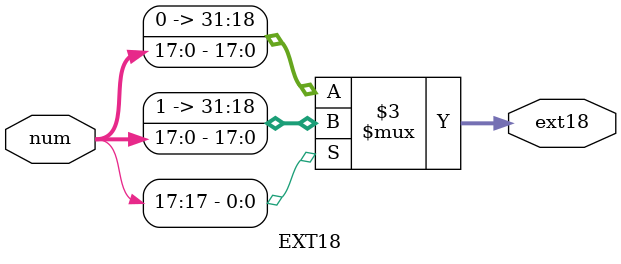
<source format=v>
`timescale 1ns / 1ps


//´ø·ûºÅÎ»À©Õ¹Ô­Êý¾Ý
module EXT18(
    input [17:0] num,
    output reg[31:0]ext18
    );
    always@(*)
    begin
        ext18<=(num[17]==1)?{14'b11111111111111,num}:{14'b0,num};
    end
endmodule


</source>
